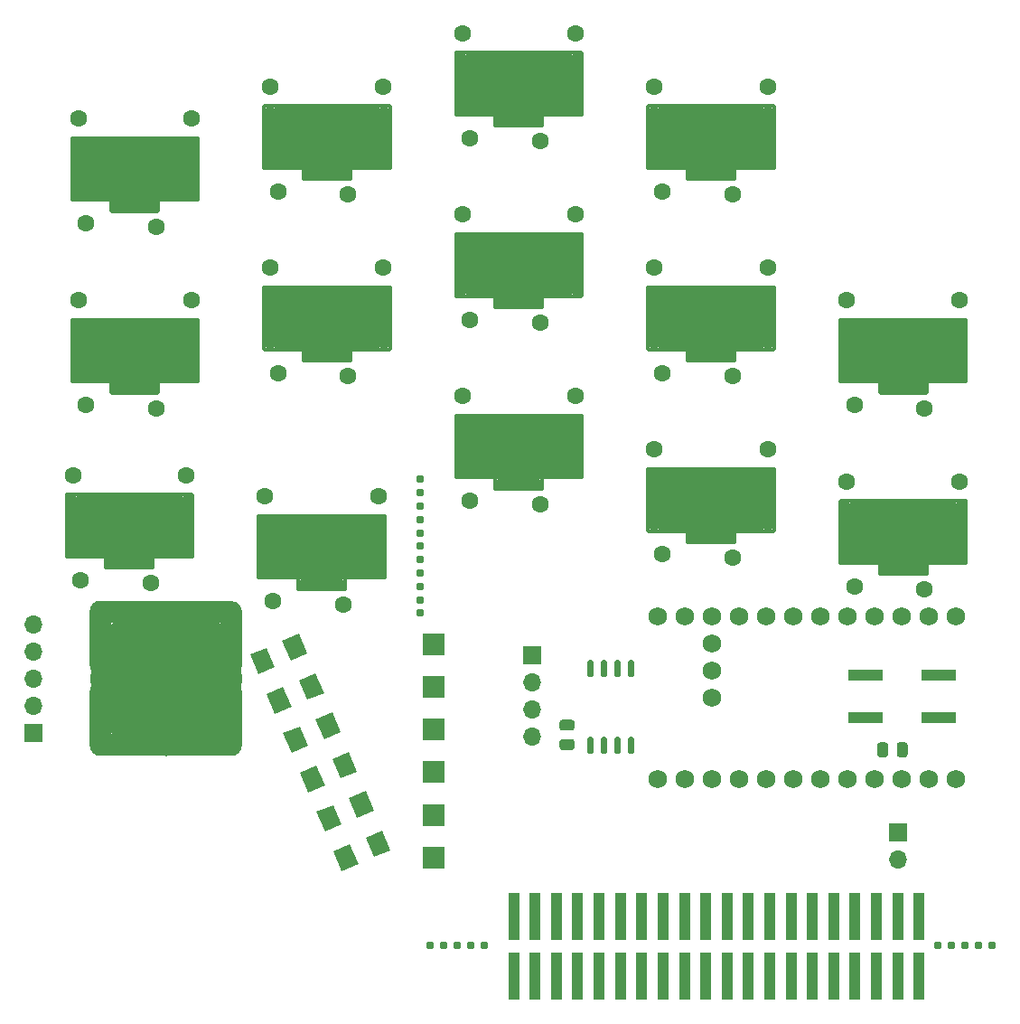
<source format=gbr>
%TF.GenerationSoftware,KiCad,Pcbnew,5.1.8*%
%TF.CreationDate,2020-12-03T05:05:08-06:00*%
%TF.ProjectId,fistion,66697374-696f-46e2-9e6b-696361645f70,rev?*%
%TF.SameCoordinates,Original*%
%TF.FileFunction,Soldermask,Bot*%
%TF.FilePolarity,Negative*%
%FSLAX46Y46*%
G04 Gerber Fmt 4.6, Leading zero omitted, Abs format (unit mm)*
G04 Created by KiCad (PCBNEW 5.1.8) date 2020-12-03 05:05:08*
%MOMM*%
%LPD*%
G01*
G04 APERTURE LIST*
%ADD10O,1.700000X1.700000*%
%ADD11R,1.700000X1.700000*%
%ADD12O,2.000000X7.000000*%
%ADD13O,14.200000X2.000000*%
%ADD14O,14.200000X14.500000*%
%ADD15R,2.000000X2.000000*%
%ADD16C,0.100000*%
%ADD17C,0.787400*%
%ADD18C,1.600000*%
%ADD19O,11.850000X5.900000*%
%ADD20O,1.000000X5.900000*%
%ADD21O,12.100000X0.300000*%
%ADD22O,0.300000X6.100000*%
%ADD23O,4.700000X0.300000*%
%ADD24O,0.300000X1.200000*%
%ADD25O,4.700000X1.000000*%
%ADD26R,3.200000X1.000000*%
%ADD27R,1.000000X4.400000*%
%ADD28C,1.752600*%
G04 APERTURE END LIST*
D10*
%TO.C,J5*%
X69490000Y-88240000D03*
D11*
X69490000Y-90780000D03*
D10*
X69490000Y-85700000D03*
X69490000Y-83160000D03*
X69490000Y-80620000D03*
D12*
X88000000Y-89450000D03*
X88000000Y-82000000D03*
X75800000Y-89450000D03*
X75800000Y-81950000D03*
D13*
X81900000Y-79450000D03*
X81900000Y-91950000D03*
D14*
X81900000Y-85700000D03*
%TD*%
D10*
%TO.C,J1*%
X116200000Y-86040000D03*
X116200000Y-88580000D03*
X116200000Y-91120000D03*
D11*
X116200000Y-83500000D03*
%TD*%
D15*
%TO.C,J3*%
X107000000Y-82500000D03*
X107000000Y-86500000D03*
X107000000Y-90500000D03*
X107000000Y-94500000D03*
X107000000Y-98500000D03*
X107000000Y-102500000D03*
%TD*%
D16*
%TO.C,J2*%
G36*
X92812218Y-82201520D02*
G01*
X94377076Y-81537277D01*
X95158538Y-83378286D01*
X93593680Y-84042529D01*
X92812218Y-82201520D01*
G37*
G36*
X92120872Y-84667699D02*
G01*
X90556014Y-85331942D01*
X89774552Y-83490933D01*
X91339410Y-82826690D01*
X92120872Y-84667699D01*
G37*
G36*
X94375142Y-85883540D02*
G01*
X95940000Y-85219297D01*
X96721462Y-87060306D01*
X95156604Y-87724549D01*
X94375142Y-85883540D01*
G37*
G36*
X93683796Y-88349718D02*
G01*
X92118938Y-89013961D01*
X91337476Y-87172952D01*
X92902334Y-86508709D01*
X93683796Y-88349718D01*
G37*
G36*
X95938067Y-89565559D02*
G01*
X97502925Y-88901316D01*
X98284387Y-90742325D01*
X96719529Y-91406568D01*
X95938067Y-89565559D01*
G37*
G36*
X95246721Y-92031738D02*
G01*
X93681863Y-92695981D01*
X92900401Y-90854972D01*
X94465259Y-90190729D01*
X95246721Y-92031738D01*
G37*
G36*
X97500991Y-93247578D02*
G01*
X99065849Y-92583335D01*
X99847311Y-94424344D01*
X98282453Y-95088587D01*
X97500991Y-93247578D01*
G37*
G36*
X96809645Y-95713757D02*
G01*
X95244787Y-96378000D01*
X94463325Y-94536991D01*
X96028183Y-93872748D01*
X96809645Y-95713757D01*
G37*
G36*
X99063916Y-96929598D02*
G01*
X100628774Y-96265355D01*
X101410236Y-98106364D01*
X99845378Y-98770607D01*
X99063916Y-96929598D01*
G37*
G36*
X98372570Y-99395776D02*
G01*
X96807712Y-100060019D01*
X96026250Y-98219010D01*
X97591108Y-97554767D01*
X98372570Y-99395776D01*
G37*
G36*
X100626840Y-100611617D02*
G01*
X102191698Y-99947374D01*
X102973160Y-101788383D01*
X101408302Y-102452626D01*
X100626840Y-100611617D01*
G37*
G36*
X99935494Y-103077796D02*
G01*
X98370636Y-103742039D01*
X97589174Y-101901030D01*
X99154032Y-101236787D01*
X99935494Y-103077796D01*
G37*
%TD*%
D10*
%TO.C,J4*%
X150500000Y-102640000D03*
D11*
X150500000Y-100100000D03*
%TD*%
D17*
%TO.C,REF\u002A\u002A*%
X105754000Y-79600000D03*
%TD*%
%TO.C,REF\u002A\u002A*%
X106660000Y-110746000D03*
X107930000Y-110746000D03*
X111740000Y-110746000D03*
X110470000Y-110746000D03*
X109200000Y-110746000D03*
%TD*%
%TO.C,REF\u002A\u002A*%
X154220000Y-110746000D03*
X155490000Y-110746000D03*
X159300000Y-110746000D03*
X158030000Y-110746000D03*
X156760000Y-110746000D03*
%TD*%
%TO.C,REF\u002A\u002A*%
X105754000Y-73300000D03*
X105754000Y-74570000D03*
X105754000Y-78380000D03*
X105754000Y-77110000D03*
X105754000Y-75840000D03*
%TD*%
%TO.C,REF\u002A\u002A*%
X105754000Y-67000000D03*
X105754000Y-68270000D03*
X105754000Y-72080000D03*
X105754000Y-70810000D03*
X105754000Y-69540000D03*
%TD*%
D18*
%TO.C,KEY13*%
X73200000Y-66650000D03*
X83800000Y-66650000D03*
X80500000Y-76800000D03*
X73920000Y-76500000D03*
D19*
X78500000Y-71400000D03*
D20*
X73140000Y-71400000D03*
D21*
X78500000Y-68500000D03*
X78500000Y-74300000D03*
D22*
X84400000Y-71400000D03*
X72600000Y-71400000D03*
D20*
X73910000Y-71400000D03*
X74300000Y-71400000D03*
X82700000Y-71400000D03*
X83090000Y-71400000D03*
X83860000Y-71400000D03*
D23*
X78500000Y-75350000D03*
D24*
X80700000Y-74900000D03*
X76300000Y-74900000D03*
D25*
X78500000Y-74900000D03*
%TD*%
D18*
%TO.C,KEY9*%
X127700000Y-47250000D03*
X138300000Y-47250000D03*
X135000000Y-57400000D03*
X128420000Y-57100000D03*
D19*
X133000000Y-52000000D03*
D20*
X127640000Y-52000000D03*
D21*
X133000000Y-49100000D03*
X133000000Y-54900000D03*
D22*
X138900000Y-52000000D03*
X127100000Y-52000000D03*
D20*
X128410000Y-52000000D03*
X128800000Y-52000000D03*
X137200000Y-52000000D03*
X137590000Y-52000000D03*
X138360000Y-52000000D03*
D23*
X133000000Y-55950000D03*
D24*
X135200000Y-55500000D03*
X130800000Y-55500000D03*
D25*
X133000000Y-55500000D03*
%TD*%
D18*
%TO.C,KEY12*%
X127700000Y-64250000D03*
X138300000Y-64250000D03*
X135000000Y-74400000D03*
X128420000Y-74100000D03*
D19*
X133000000Y-69000000D03*
D20*
X127640000Y-69000000D03*
D21*
X133000000Y-66100000D03*
X133000000Y-71900000D03*
D22*
X138900000Y-69000000D03*
X127100000Y-69000000D03*
D20*
X128410000Y-69000000D03*
X128800000Y-69000000D03*
X137200000Y-69000000D03*
X137590000Y-69000000D03*
X138360000Y-69000000D03*
D23*
X133000000Y-72950000D03*
D24*
X135200000Y-72500000D03*
X130800000Y-72500000D03*
D25*
X133000000Y-72500000D03*
%TD*%
D18*
%TO.C,KEY14*%
X91200000Y-68650000D03*
X101800000Y-68650000D03*
X98500000Y-78800000D03*
X91920000Y-78500000D03*
D19*
X96500000Y-73400000D03*
D20*
X91140000Y-73400000D03*
D21*
X96500000Y-70500000D03*
X96500000Y-76300000D03*
D22*
X102400000Y-73400000D03*
X90600000Y-73400000D03*
D20*
X91910000Y-73400000D03*
X92300000Y-73400000D03*
X100700000Y-73400000D03*
X101090000Y-73400000D03*
X101860000Y-73400000D03*
D23*
X96500000Y-77350000D03*
D24*
X98700000Y-76900000D03*
X94300000Y-76900000D03*
D25*
X96500000Y-76900000D03*
%TD*%
D18*
%TO.C,KEY11*%
X109700000Y-59250000D03*
X120300000Y-59250000D03*
X117000000Y-69400000D03*
X110420000Y-69100000D03*
D19*
X115000000Y-64000000D03*
D20*
X109640000Y-64000000D03*
D21*
X115000000Y-61100000D03*
X115000000Y-66900000D03*
D22*
X120900000Y-64000000D03*
X109100000Y-64000000D03*
D20*
X110410000Y-64000000D03*
X110800000Y-64000000D03*
X119200000Y-64000000D03*
X119590000Y-64000000D03*
X120360000Y-64000000D03*
D23*
X115000000Y-67950000D03*
D24*
X117200000Y-67500000D03*
X112800000Y-67500000D03*
D25*
X115000000Y-67500000D03*
%TD*%
D26*
%TO.C,PUSH1*%
X154300000Y-85400000D03*
X147500000Y-85400000D03*
X147500000Y-89400000D03*
X154300000Y-89400000D03*
%TD*%
D18*
%TO.C,KEY6*%
X73700000Y-50250000D03*
X84300000Y-50250000D03*
X81000000Y-60400000D03*
X74420000Y-60100000D03*
D19*
X79000000Y-55000000D03*
D20*
X73640000Y-55000000D03*
D21*
X79000000Y-52100000D03*
X79000000Y-57900000D03*
D22*
X84900000Y-55000000D03*
X73100000Y-55000000D03*
D20*
X74410000Y-55000000D03*
X74800000Y-55000000D03*
X83200000Y-55000000D03*
X83590000Y-55000000D03*
X84360000Y-55000000D03*
D23*
X79000000Y-58950000D03*
D24*
X81200000Y-58500000D03*
X76800000Y-58500000D03*
D25*
X79000000Y-58500000D03*
%TD*%
%TO.C,R1*%
G36*
G01*
X149600000Y-91949999D02*
X149600000Y-92850001D01*
G75*
G02*
X149350001Y-93100000I-249999J0D01*
G01*
X148824999Y-93100000D01*
G75*
G02*
X148575000Y-92850001I0J249999D01*
G01*
X148575000Y-91949999D01*
G75*
G02*
X148824999Y-91700000I249999J0D01*
G01*
X149350001Y-91700000D01*
G75*
G02*
X149600000Y-91949999I0J-249999D01*
G01*
G37*
G36*
G01*
X151425000Y-91949999D02*
X151425000Y-92850001D01*
G75*
G02*
X151175001Y-93100000I-249999J0D01*
G01*
X150649999Y-93100000D01*
G75*
G02*
X150400000Y-92850001I0J249999D01*
G01*
X150400000Y-91949999D01*
G75*
G02*
X150649999Y-91700000I249999J0D01*
G01*
X151175001Y-91700000D01*
G75*
G02*
X151425000Y-91949999I0J-249999D01*
G01*
G37*
%TD*%
D27*
%TO.C,REF\u002A\u002A*%
X152500000Y-113600000D03*
X150500000Y-113600000D03*
X148500000Y-113600000D03*
X146500000Y-113600000D03*
X144500000Y-113600000D03*
X142500000Y-113600000D03*
X140500000Y-113600000D03*
X138500000Y-113600000D03*
X136500000Y-113600000D03*
X134500000Y-113600000D03*
X132500000Y-113600000D03*
X130500000Y-113600000D03*
X128500000Y-113600000D03*
X126500000Y-113600000D03*
X124500000Y-113600000D03*
X122500000Y-113600000D03*
X120500000Y-113600000D03*
X118500000Y-113600000D03*
X116500000Y-113600000D03*
X114500000Y-113600000D03*
%TD*%
%TO.C,REF\u002A\u002A*%
X152500000Y-108000000D03*
X150500000Y-108000000D03*
X148500000Y-108000000D03*
X146500000Y-108000000D03*
X144500000Y-108000000D03*
X142500000Y-108000000D03*
X140500000Y-108000000D03*
X138500000Y-108000000D03*
X136500000Y-108000000D03*
X134500000Y-108000000D03*
X132500000Y-108000000D03*
X130500000Y-108000000D03*
X128500000Y-108000000D03*
X126500000Y-108000000D03*
X124500000Y-108000000D03*
X122500000Y-108000000D03*
X120500000Y-108000000D03*
X118500000Y-108000000D03*
X116500000Y-108000000D03*
X114500000Y-108000000D03*
%TD*%
D18*
%TO.C,KEY10*%
X145700000Y-67250000D03*
X156300000Y-67250000D03*
X153000000Y-77400000D03*
X146420000Y-77100000D03*
D19*
X151000000Y-72000000D03*
D20*
X145640000Y-72000000D03*
D21*
X151000000Y-69100000D03*
X151000000Y-74900000D03*
D22*
X156900000Y-72000000D03*
X145100000Y-72000000D03*
D20*
X146410000Y-72000000D03*
X146800000Y-72000000D03*
X155200000Y-72000000D03*
X155590000Y-72000000D03*
X156360000Y-72000000D03*
D23*
X151000000Y-75950000D03*
D24*
X153200000Y-75500000D03*
X148800000Y-75500000D03*
D25*
X151000000Y-75500000D03*
%TD*%
D18*
%TO.C,KEY8*%
X109700000Y-42250000D03*
X120300000Y-42250000D03*
X117000000Y-52400000D03*
X110420000Y-52100000D03*
D19*
X115000000Y-47000000D03*
D20*
X109640000Y-47000000D03*
D21*
X115000000Y-44100000D03*
X115000000Y-49900000D03*
D22*
X120900000Y-47000000D03*
X109100000Y-47000000D03*
D20*
X110410000Y-47000000D03*
X110800000Y-47000000D03*
X119200000Y-47000000D03*
X119590000Y-47000000D03*
X120360000Y-47000000D03*
D23*
X115000000Y-50950000D03*
D24*
X117200000Y-50500000D03*
X112800000Y-50500000D03*
D25*
X115000000Y-50500000D03*
%TD*%
D18*
%TO.C,KEY7*%
X91700000Y-47250000D03*
X102300000Y-47250000D03*
X99000000Y-57400000D03*
X92420000Y-57100000D03*
D19*
X97000000Y-52000000D03*
D20*
X91640000Y-52000000D03*
D21*
X97000000Y-49100000D03*
X97000000Y-54900000D03*
D22*
X102900000Y-52000000D03*
X91100000Y-52000000D03*
D20*
X92410000Y-52000000D03*
X92800000Y-52000000D03*
X101200000Y-52000000D03*
X101590000Y-52000000D03*
X102360000Y-52000000D03*
D23*
X97000000Y-55950000D03*
D24*
X99200000Y-55500000D03*
X94800000Y-55500000D03*
D25*
X97000000Y-55500000D03*
%TD*%
D18*
%TO.C,KEY5*%
X145700000Y-50250000D03*
X156300000Y-50250000D03*
X153000000Y-60400000D03*
X146420000Y-60100000D03*
D19*
X151000000Y-55000000D03*
D20*
X145640000Y-55000000D03*
D21*
X151000000Y-52100000D03*
X151000000Y-57900000D03*
D22*
X156900000Y-55000000D03*
X145100000Y-55000000D03*
D20*
X146410000Y-55000000D03*
X146800000Y-55000000D03*
X155200000Y-55000000D03*
X155590000Y-55000000D03*
X156360000Y-55000000D03*
D23*
X151000000Y-58950000D03*
D24*
X153200000Y-58500000D03*
X148800000Y-58500000D03*
D25*
X151000000Y-58500000D03*
%TD*%
D18*
%TO.C,KEY4*%
X127700000Y-30250000D03*
X138300000Y-30250000D03*
X135000000Y-40400000D03*
X128420000Y-40100000D03*
D19*
X133000000Y-35000000D03*
D20*
X127640000Y-35000000D03*
D21*
X133000000Y-32100000D03*
X133000000Y-37900000D03*
D22*
X138900000Y-35000000D03*
X127100000Y-35000000D03*
D20*
X128410000Y-35000000D03*
X128800000Y-35000000D03*
X137200000Y-35000000D03*
X137590000Y-35000000D03*
X138360000Y-35000000D03*
D23*
X133000000Y-38950000D03*
D24*
X135200000Y-38500000D03*
X130800000Y-38500000D03*
D25*
X133000000Y-38500000D03*
%TD*%
D18*
%TO.C,KEY3*%
X109700000Y-25250000D03*
X120300000Y-25250000D03*
X117000000Y-35400000D03*
X110420000Y-35100000D03*
D19*
X115000000Y-30000000D03*
D20*
X109640000Y-30000000D03*
D21*
X115000000Y-27100000D03*
X115000000Y-32900000D03*
D22*
X120900000Y-30000000D03*
X109100000Y-30000000D03*
D20*
X110410000Y-30000000D03*
X110800000Y-30000000D03*
X119200000Y-30000000D03*
X119590000Y-30000000D03*
X120360000Y-30000000D03*
D23*
X115000000Y-33950000D03*
D24*
X117200000Y-33500000D03*
X112800000Y-33500000D03*
D25*
X115000000Y-33500000D03*
%TD*%
D18*
%TO.C,KEY2*%
X91700000Y-30250000D03*
X102300000Y-30250000D03*
X99000000Y-40400000D03*
X92420000Y-40100000D03*
D19*
X97000000Y-35000000D03*
D20*
X91640000Y-35000000D03*
D21*
X97000000Y-32100000D03*
X97000000Y-37900000D03*
D22*
X102900000Y-35000000D03*
X91100000Y-35000000D03*
D20*
X92410000Y-35000000D03*
X92800000Y-35000000D03*
X101200000Y-35000000D03*
X101590000Y-35000000D03*
X102360000Y-35000000D03*
D23*
X97000000Y-38950000D03*
D24*
X99200000Y-38500000D03*
X94800000Y-38500000D03*
D25*
X97000000Y-38500000D03*
%TD*%
D18*
%TO.C,KEY1*%
X73700000Y-33250000D03*
X84300000Y-33250000D03*
X81000000Y-43400000D03*
X74420000Y-43100000D03*
D19*
X79000000Y-38000000D03*
D20*
X73640000Y-38000000D03*
D21*
X79000000Y-35100000D03*
X79000000Y-40900000D03*
D22*
X84900000Y-38000000D03*
X73100000Y-38000000D03*
D20*
X74410000Y-38000000D03*
X74800000Y-38000000D03*
X83200000Y-38000000D03*
X83590000Y-38000000D03*
X84360000Y-38000000D03*
D23*
X79000000Y-41950000D03*
D24*
X81200000Y-41500000D03*
X76800000Y-41500000D03*
D25*
X79000000Y-41500000D03*
%TD*%
D28*
%TO.C,U1*%
X155970000Y-79900000D03*
X153430000Y-79900000D03*
X150890000Y-79900000D03*
X148350000Y-79900000D03*
X145810000Y-79900000D03*
X143270000Y-79900000D03*
X140730000Y-79900000D03*
X138190000Y-79900000D03*
X135650000Y-79900000D03*
X133110000Y-79900000D03*
X130570000Y-79900000D03*
X128030000Y-95140000D03*
X130570000Y-95140000D03*
X133110000Y-95140000D03*
X135650000Y-95140000D03*
X138190000Y-95140000D03*
X140730000Y-95140000D03*
X143270000Y-95140000D03*
X145810000Y-95140000D03*
X148350000Y-95140000D03*
X150890000Y-95140000D03*
X153430000Y-95140000D03*
X128030000Y-79900000D03*
X155970000Y-95140000D03*
X133110000Y-82440000D03*
X133110000Y-84980000D03*
X133110000Y-87520000D03*
%TD*%
%TO.C,R3*%
G36*
G01*
X119950001Y-90600000D02*
X119049999Y-90600000D01*
G75*
G02*
X118800000Y-90350001I0J249999D01*
G01*
X118800000Y-89824999D01*
G75*
G02*
X119049999Y-89575000I249999J0D01*
G01*
X119950001Y-89575000D01*
G75*
G02*
X120200000Y-89824999I0J-249999D01*
G01*
X120200000Y-90350001D01*
G75*
G02*
X119950001Y-90600000I-249999J0D01*
G01*
G37*
G36*
G01*
X119950001Y-92425000D02*
X119049999Y-92425000D01*
G75*
G02*
X118800000Y-92175001I0J249999D01*
G01*
X118800000Y-91649999D01*
G75*
G02*
X119049999Y-91400000I249999J0D01*
G01*
X119950001Y-91400000D01*
G75*
G02*
X120200000Y-91649999I0J-249999D01*
G01*
X120200000Y-92175001D01*
G75*
G02*
X119950001Y-92425000I-249999J0D01*
G01*
G37*
%TD*%
%TO.C,U2*%
G36*
G01*
X121545000Y-91200000D02*
X121845000Y-91200000D01*
G75*
G02*
X121995000Y-91350000I0J-150000D01*
G01*
X121995000Y-92650000D01*
G75*
G02*
X121845000Y-92800000I-150000J0D01*
G01*
X121545000Y-92800000D01*
G75*
G02*
X121395000Y-92650000I0J150000D01*
G01*
X121395000Y-91350000D01*
G75*
G02*
X121545000Y-91200000I150000J0D01*
G01*
G37*
G36*
G01*
X122815000Y-91200000D02*
X123115000Y-91200000D01*
G75*
G02*
X123265000Y-91350000I0J-150000D01*
G01*
X123265000Y-92650000D01*
G75*
G02*
X123115000Y-92800000I-150000J0D01*
G01*
X122815000Y-92800000D01*
G75*
G02*
X122665000Y-92650000I0J150000D01*
G01*
X122665000Y-91350000D01*
G75*
G02*
X122815000Y-91200000I150000J0D01*
G01*
G37*
G36*
G01*
X124085000Y-91200000D02*
X124385000Y-91200000D01*
G75*
G02*
X124535000Y-91350000I0J-150000D01*
G01*
X124535000Y-92650000D01*
G75*
G02*
X124385000Y-92800000I-150000J0D01*
G01*
X124085000Y-92800000D01*
G75*
G02*
X123935000Y-92650000I0J150000D01*
G01*
X123935000Y-91350000D01*
G75*
G02*
X124085000Y-91200000I150000J0D01*
G01*
G37*
G36*
G01*
X125355000Y-91200000D02*
X125655000Y-91200000D01*
G75*
G02*
X125805000Y-91350000I0J-150000D01*
G01*
X125805000Y-92650000D01*
G75*
G02*
X125655000Y-92800000I-150000J0D01*
G01*
X125355000Y-92800000D01*
G75*
G02*
X125205000Y-92650000I0J150000D01*
G01*
X125205000Y-91350000D01*
G75*
G02*
X125355000Y-91200000I150000J0D01*
G01*
G37*
G36*
G01*
X125355000Y-84000000D02*
X125655000Y-84000000D01*
G75*
G02*
X125805000Y-84150000I0J-150000D01*
G01*
X125805000Y-85450000D01*
G75*
G02*
X125655000Y-85600000I-150000J0D01*
G01*
X125355000Y-85600000D01*
G75*
G02*
X125205000Y-85450000I0J150000D01*
G01*
X125205000Y-84150000D01*
G75*
G02*
X125355000Y-84000000I150000J0D01*
G01*
G37*
G36*
G01*
X124085000Y-84000000D02*
X124385000Y-84000000D01*
G75*
G02*
X124535000Y-84150000I0J-150000D01*
G01*
X124535000Y-85450000D01*
G75*
G02*
X124385000Y-85600000I-150000J0D01*
G01*
X124085000Y-85600000D01*
G75*
G02*
X123935000Y-85450000I0J150000D01*
G01*
X123935000Y-84150000D01*
G75*
G02*
X124085000Y-84000000I150000J0D01*
G01*
G37*
G36*
G01*
X122815000Y-84000000D02*
X123115000Y-84000000D01*
G75*
G02*
X123265000Y-84150000I0J-150000D01*
G01*
X123265000Y-85450000D01*
G75*
G02*
X123115000Y-85600000I-150000J0D01*
G01*
X122815000Y-85600000D01*
G75*
G02*
X122665000Y-85450000I0J150000D01*
G01*
X122665000Y-84150000D01*
G75*
G02*
X122815000Y-84000000I150000J0D01*
G01*
G37*
G36*
G01*
X121545000Y-84000000D02*
X121845000Y-84000000D01*
G75*
G02*
X121995000Y-84150000I0J-150000D01*
G01*
X121995000Y-85450000D01*
G75*
G02*
X121845000Y-85600000I-150000J0D01*
G01*
X121545000Y-85600000D01*
G75*
G02*
X121395000Y-85450000I0J150000D01*
G01*
X121395000Y-84150000D01*
G75*
G02*
X121545000Y-84000000I150000J0D01*
G01*
G37*
%TD*%
M02*

</source>
